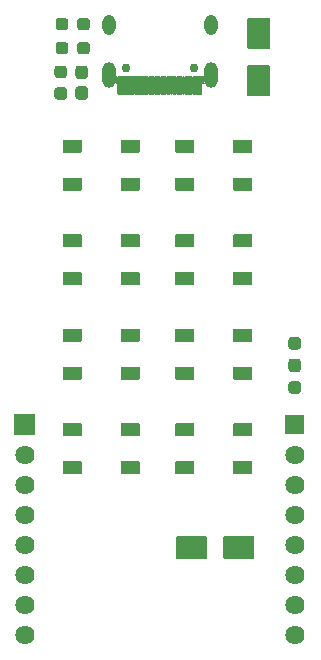
<source format=gbr>
G04 #@! TF.GenerationSoftware,KiCad,Pcbnew,(5.1.9-0-10_14)*
G04 #@! TF.CreationDate,2021-03-02T20:08:02+08:00*
G04 #@! TF.ProjectId,mikroBUS-L,6d696b72-6f42-4555-932d-4c2e6b696361,rev?*
G04 #@! TF.SameCoordinates,Original*
G04 #@! TF.FileFunction,Soldermask,Top*
G04 #@! TF.FilePolarity,Negative*
%FSLAX46Y46*%
G04 Gerber Fmt 4.6, Leading zero omitted, Abs format (unit mm)*
G04 Created by KiCad (PCBNEW (5.1.9-0-10_14)) date 2021-03-02 20:08:02*
%MOMM*%
%LPD*%
G01*
G04 APERTURE LIST*
%ADD10O,1.102000X2.202000*%
%ADD11C,0.752000*%
%ADD12O,1.102000X1.702000*%
%ADD13C,1.626000*%
%ADD14C,0.100000*%
G04 APERTURE END LIST*
G36*
G01*
X168647000Y-91433000D02*
X169173000Y-91433000D01*
G75*
G02*
X169436000Y-91696000I0J-263000D01*
G01*
X169436000Y-92247000D01*
G75*
G02*
X169173000Y-92510000I-263000J0D01*
G01*
X168647000Y-92510000D01*
G75*
G02*
X168384000Y-92247000I0J263000D01*
G01*
X168384000Y-91696000D01*
G75*
G02*
X168647000Y-91433000I263000J0D01*
G01*
G37*
G36*
G01*
X168647000Y-89608000D02*
X169173000Y-89608000D01*
G75*
G02*
X169436000Y-89871000I0J-263000D01*
G01*
X169436000Y-90422000D01*
G75*
G02*
X169173000Y-90685000I-263000J0D01*
G01*
X168647000Y-90685000D01*
G75*
G02*
X168384000Y-90422000I0J263000D01*
G01*
X168384000Y-89871000D01*
G75*
G02*
X168647000Y-89608000I263000J0D01*
G01*
G37*
G36*
G01*
X169173000Y-92590000D02*
X168647000Y-92590000D01*
G75*
G02*
X168384000Y-92327000I0J263000D01*
G01*
X168384000Y-91776000D01*
G75*
G02*
X168647000Y-91513000I263000J0D01*
G01*
X169173000Y-91513000D01*
G75*
G02*
X169436000Y-91776000I0J-263000D01*
G01*
X169436000Y-92327000D01*
G75*
G02*
X169173000Y-92590000I-263000J0D01*
G01*
G37*
G36*
G01*
X169173000Y-94415000D02*
X168647000Y-94415000D01*
G75*
G02*
X168384000Y-94152000I0J263000D01*
G01*
X168384000Y-93601000D01*
G75*
G02*
X168647000Y-93338000I263000J0D01*
G01*
X169173000Y-93338000D01*
G75*
G02*
X169436000Y-93601000I0J-263000D01*
G01*
X169436000Y-94152000D01*
G75*
G02*
X169173000Y-94415000I-263000J0D01*
G01*
G37*
G36*
G01*
X162878000Y-108342000D02*
X162878000Y-106542000D01*
G75*
G02*
X162929000Y-106491000I51000J0D01*
G01*
X165429000Y-106491000D01*
G75*
G02*
X165480000Y-106542000I0J-51000D01*
G01*
X165480000Y-108342000D01*
G75*
G02*
X165429000Y-108393000I-51000J0D01*
G01*
X162929000Y-108393000D01*
G75*
G02*
X162878000Y-108342000I0J51000D01*
G01*
G37*
G36*
G01*
X158878000Y-108342000D02*
X158878000Y-106542000D01*
G75*
G02*
X158929000Y-106491000I51000J0D01*
G01*
X161429000Y-106491000D01*
G75*
G02*
X161480000Y-106542000I0J-51000D01*
G01*
X161480000Y-108342000D01*
G75*
G02*
X161429000Y-108393000I-51000J0D01*
G01*
X158929000Y-108393000D01*
G75*
G02*
X158878000Y-108342000I0J51000D01*
G01*
G37*
G36*
G01*
X149740000Y-64888000D02*
X149740000Y-65414000D01*
G75*
G02*
X149477000Y-65677000I-263000J0D01*
G01*
X148926000Y-65677000D01*
G75*
G02*
X148663000Y-65414000I0J263000D01*
G01*
X148663000Y-64888000D01*
G75*
G02*
X148926000Y-64625000I263000J0D01*
G01*
X149477000Y-64625000D01*
G75*
G02*
X149740000Y-64888000I0J-263000D01*
G01*
G37*
G36*
G01*
X151565000Y-64888000D02*
X151565000Y-65414000D01*
G75*
G02*
X151302000Y-65677000I-263000J0D01*
G01*
X150751000Y-65677000D01*
G75*
G02*
X150488000Y-65414000I0J263000D01*
G01*
X150488000Y-64888000D01*
G75*
G02*
X150751000Y-64625000I263000J0D01*
G01*
X151302000Y-64625000D01*
G75*
G02*
X151565000Y-64888000I0J-263000D01*
G01*
G37*
G36*
G01*
X149740000Y-62856000D02*
X149740000Y-63382000D01*
G75*
G02*
X149477000Y-63645000I-263000J0D01*
G01*
X148926000Y-63645000D01*
G75*
G02*
X148663000Y-63382000I0J263000D01*
G01*
X148663000Y-62856000D01*
G75*
G02*
X148926000Y-62593000I263000J0D01*
G01*
X149477000Y-62593000D01*
G75*
G02*
X149740000Y-62856000I0J-263000D01*
G01*
G37*
G36*
G01*
X151565000Y-62856000D02*
X151565000Y-63382000D01*
G75*
G02*
X151302000Y-63645000I-263000J0D01*
G01*
X150751000Y-63645000D01*
G75*
G02*
X150488000Y-63382000I0J263000D01*
G01*
X150488000Y-62856000D01*
G75*
G02*
X150751000Y-62593000I263000J0D01*
G01*
X151302000Y-62593000D01*
G75*
G02*
X151565000Y-62856000I0J-263000D01*
G01*
G37*
G36*
G01*
X166762000Y-65214000D02*
X164962000Y-65214000D01*
G75*
G02*
X164911000Y-65163000I0J51000D01*
G01*
X164911000Y-62663000D01*
G75*
G02*
X164962000Y-62612000I51000J0D01*
G01*
X166762000Y-62612000D01*
G75*
G02*
X166813000Y-62663000I0J-51000D01*
G01*
X166813000Y-65163000D01*
G75*
G02*
X166762000Y-65214000I-51000J0D01*
G01*
G37*
G36*
G01*
X166762000Y-69214000D02*
X164962000Y-69214000D01*
G75*
G02*
X164911000Y-69163000I0J51000D01*
G01*
X164911000Y-66663000D01*
G75*
G02*
X164962000Y-66612000I51000J0D01*
G01*
X166762000Y-66612000D01*
G75*
G02*
X166813000Y-66663000I0J-51000D01*
G01*
X166813000Y-69163000D01*
G75*
G02*
X166762000Y-69214000I-51000J0D01*
G01*
G37*
G36*
G01*
X148835000Y-68446000D02*
X149361000Y-68446000D01*
G75*
G02*
X149624000Y-68709000I0J-263000D01*
G01*
X149624000Y-69260000D01*
G75*
G02*
X149361000Y-69523000I-263000J0D01*
G01*
X148835000Y-69523000D01*
G75*
G02*
X148572000Y-69260000I0J263000D01*
G01*
X148572000Y-68709000D01*
G75*
G02*
X148835000Y-68446000I263000J0D01*
G01*
G37*
G36*
G01*
X148835000Y-66621000D02*
X149361000Y-66621000D01*
G75*
G02*
X149624000Y-66884000I0J-263000D01*
G01*
X149624000Y-67435000D01*
G75*
G02*
X149361000Y-67698000I-263000J0D01*
G01*
X148835000Y-67698000D01*
G75*
G02*
X148572000Y-67435000I0J263000D01*
G01*
X148572000Y-66884000D01*
G75*
G02*
X148835000Y-66621000I263000J0D01*
G01*
G37*
G36*
G01*
X154581000Y-67582000D02*
X154581000Y-69032000D01*
G75*
G02*
X154530000Y-69083000I-51000J0D01*
G01*
X153930000Y-69083000D01*
G75*
G02*
X153879000Y-69032000I0J51000D01*
G01*
X153879000Y-67582000D01*
G75*
G02*
X153930000Y-67531000I51000J0D01*
G01*
X154530000Y-67531000D01*
G75*
G02*
X154581000Y-67582000I0J-51000D01*
G01*
G37*
G36*
G01*
X155381000Y-67582000D02*
X155381000Y-69032000D01*
G75*
G02*
X155330000Y-69083000I-51000J0D01*
G01*
X154730000Y-69083000D01*
G75*
G02*
X154679000Y-69032000I0J51000D01*
G01*
X154679000Y-67582000D01*
G75*
G02*
X154730000Y-67531000I51000J0D01*
G01*
X155330000Y-67531000D01*
G75*
G02*
X155381000Y-67582000I0J-51000D01*
G01*
G37*
G36*
G01*
X160281000Y-67582000D02*
X160281000Y-69032000D01*
G75*
G02*
X160230000Y-69083000I-51000J0D01*
G01*
X159630000Y-69083000D01*
G75*
G02*
X159579000Y-69032000I0J51000D01*
G01*
X159579000Y-67582000D01*
G75*
G02*
X159630000Y-67531000I51000J0D01*
G01*
X160230000Y-67531000D01*
G75*
G02*
X160281000Y-67582000I0J-51000D01*
G01*
G37*
G36*
G01*
X161081000Y-67582000D02*
X161081000Y-69032000D01*
G75*
G02*
X161030000Y-69083000I-51000J0D01*
G01*
X160430000Y-69083000D01*
G75*
G02*
X160379000Y-69032000I0J51000D01*
G01*
X160379000Y-67582000D01*
G75*
G02*
X160430000Y-67531000I51000J0D01*
G01*
X161030000Y-67531000D01*
G75*
G02*
X161081000Y-67582000I0J-51000D01*
G01*
G37*
G36*
G01*
X161081000Y-67582000D02*
X161081000Y-69032000D01*
G75*
G02*
X161030000Y-69083000I-51000J0D01*
G01*
X160430000Y-69083000D01*
G75*
G02*
X160379000Y-69032000I0J51000D01*
G01*
X160379000Y-67582000D01*
G75*
G02*
X160430000Y-67531000I51000J0D01*
G01*
X161030000Y-67531000D01*
G75*
G02*
X161081000Y-67582000I0J-51000D01*
G01*
G37*
G36*
G01*
X160281000Y-67582000D02*
X160281000Y-69032000D01*
G75*
G02*
X160230000Y-69083000I-51000J0D01*
G01*
X159630000Y-69083000D01*
G75*
G02*
X159579000Y-69032000I0J51000D01*
G01*
X159579000Y-67582000D01*
G75*
G02*
X159630000Y-67531000I51000J0D01*
G01*
X160230000Y-67531000D01*
G75*
G02*
X160281000Y-67582000I0J-51000D01*
G01*
G37*
G36*
G01*
X155381000Y-67582000D02*
X155381000Y-69032000D01*
G75*
G02*
X155330000Y-69083000I-51000J0D01*
G01*
X154730000Y-69083000D01*
G75*
G02*
X154679000Y-69032000I0J51000D01*
G01*
X154679000Y-67582000D01*
G75*
G02*
X154730000Y-67531000I51000J0D01*
G01*
X155330000Y-67531000D01*
G75*
G02*
X155381000Y-67582000I0J-51000D01*
G01*
G37*
G36*
G01*
X154581000Y-67582000D02*
X154581000Y-69032000D01*
G75*
G02*
X154530000Y-69083000I-51000J0D01*
G01*
X153930000Y-69083000D01*
G75*
G02*
X153879000Y-69032000I0J51000D01*
G01*
X153879000Y-67582000D01*
G75*
G02*
X153930000Y-67531000I51000J0D01*
G01*
X154530000Y-67531000D01*
G75*
G02*
X154581000Y-67582000I0J-51000D01*
G01*
G37*
G36*
G01*
X159431000Y-67582000D02*
X159431000Y-69032000D01*
G75*
G02*
X159380000Y-69083000I-51000J0D01*
G01*
X159080000Y-69083000D01*
G75*
G02*
X159029000Y-69032000I0J51000D01*
G01*
X159029000Y-67582000D01*
G75*
G02*
X159080000Y-67531000I51000J0D01*
G01*
X159380000Y-67531000D01*
G75*
G02*
X159431000Y-67582000I0J-51000D01*
G01*
G37*
G36*
G01*
X158931000Y-67582000D02*
X158931000Y-69032000D01*
G75*
G02*
X158880000Y-69083000I-51000J0D01*
G01*
X158580000Y-69083000D01*
G75*
G02*
X158529000Y-69032000I0J51000D01*
G01*
X158529000Y-67582000D01*
G75*
G02*
X158580000Y-67531000I51000J0D01*
G01*
X158880000Y-67531000D01*
G75*
G02*
X158931000Y-67582000I0J-51000D01*
G01*
G37*
G36*
G01*
X158431000Y-67582000D02*
X158431000Y-69032000D01*
G75*
G02*
X158380000Y-69083000I-51000J0D01*
G01*
X158080000Y-69083000D01*
G75*
G02*
X158029000Y-69032000I0J51000D01*
G01*
X158029000Y-67582000D01*
G75*
G02*
X158080000Y-67531000I51000J0D01*
G01*
X158380000Y-67531000D01*
G75*
G02*
X158431000Y-67582000I0J-51000D01*
G01*
G37*
G36*
G01*
X157431000Y-67582000D02*
X157431000Y-69032000D01*
G75*
G02*
X157380000Y-69083000I-51000J0D01*
G01*
X157080000Y-69083000D01*
G75*
G02*
X157029000Y-69032000I0J51000D01*
G01*
X157029000Y-67582000D01*
G75*
G02*
X157080000Y-67531000I51000J0D01*
G01*
X157380000Y-67531000D01*
G75*
G02*
X157431000Y-67582000I0J-51000D01*
G01*
G37*
G36*
G01*
X156931000Y-67582000D02*
X156931000Y-69032000D01*
G75*
G02*
X156880000Y-69083000I-51000J0D01*
G01*
X156580000Y-69083000D01*
G75*
G02*
X156529000Y-69032000I0J51000D01*
G01*
X156529000Y-67582000D01*
G75*
G02*
X156580000Y-67531000I51000J0D01*
G01*
X156880000Y-67531000D01*
G75*
G02*
X156931000Y-67582000I0J-51000D01*
G01*
G37*
G36*
G01*
X156431000Y-67582000D02*
X156431000Y-69032000D01*
G75*
G02*
X156380000Y-69083000I-51000J0D01*
G01*
X156080000Y-69083000D01*
G75*
G02*
X156029000Y-69032000I0J51000D01*
G01*
X156029000Y-67582000D01*
G75*
G02*
X156080000Y-67531000I51000J0D01*
G01*
X156380000Y-67531000D01*
G75*
G02*
X156431000Y-67582000I0J-51000D01*
G01*
G37*
G36*
G01*
X155931000Y-67582000D02*
X155931000Y-69032000D01*
G75*
G02*
X155880000Y-69083000I-51000J0D01*
G01*
X155580000Y-69083000D01*
G75*
G02*
X155529000Y-69032000I0J51000D01*
G01*
X155529000Y-67582000D01*
G75*
G02*
X155580000Y-67531000I51000J0D01*
G01*
X155880000Y-67531000D01*
G75*
G02*
X155931000Y-67582000I0J-51000D01*
G01*
G37*
G36*
G01*
X157931000Y-67582000D02*
X157931000Y-69032000D01*
G75*
G02*
X157880000Y-69083000I-51000J0D01*
G01*
X157580000Y-69083000D01*
G75*
G02*
X157529000Y-69032000I0J51000D01*
G01*
X157529000Y-67582000D01*
G75*
G02*
X157580000Y-67531000I51000J0D01*
G01*
X157880000Y-67531000D01*
G75*
G02*
X157931000Y-67582000I0J-51000D01*
G01*
G37*
D10*
X153160000Y-67392000D03*
X161800000Y-67392000D03*
D11*
X160370000Y-66862000D03*
D12*
X161800000Y-63212000D03*
D11*
X154590000Y-66862000D03*
D12*
X153160000Y-63212000D03*
G36*
G01*
X149276000Y-97976001D02*
X149276000Y-96976001D01*
G75*
G02*
X149327000Y-96925001I51000J0D01*
G01*
X150827000Y-96925001D01*
G75*
G02*
X150878000Y-96976001I0J-51000D01*
G01*
X150878000Y-97976001D01*
G75*
G02*
X150827000Y-98027001I-51000J0D01*
G01*
X149327000Y-98027001D01*
G75*
G02*
X149276000Y-97976001I0J51000D01*
G01*
G37*
G36*
G01*
X149276000Y-101176001D02*
X149276000Y-100176001D01*
G75*
G02*
X149327000Y-100125001I51000J0D01*
G01*
X150827000Y-100125001D01*
G75*
G02*
X150878000Y-100176001I0J-51000D01*
G01*
X150878000Y-101176001D01*
G75*
G02*
X150827000Y-101227001I-51000J0D01*
G01*
X149327000Y-101227001D01*
G75*
G02*
X149276000Y-101176001I0J51000D01*
G01*
G37*
G36*
G01*
X154176000Y-97976001D02*
X154176000Y-96976001D01*
G75*
G02*
X154227000Y-96925001I51000J0D01*
G01*
X155727000Y-96925001D01*
G75*
G02*
X155778000Y-96976001I0J-51000D01*
G01*
X155778000Y-97976001D01*
G75*
G02*
X155727000Y-98027001I-51000J0D01*
G01*
X154227000Y-98027001D01*
G75*
G02*
X154176000Y-97976001I0J51000D01*
G01*
G37*
G36*
G01*
X154176000Y-101176001D02*
X154176000Y-100176001D01*
G75*
G02*
X154227000Y-100125001I51000J0D01*
G01*
X155727000Y-100125001D01*
G75*
G02*
X155778000Y-100176001I0J-51000D01*
G01*
X155778000Y-101176001D01*
G75*
G02*
X155727000Y-101227001I-51000J0D01*
G01*
X154227000Y-101227001D01*
G75*
G02*
X154176000Y-101176001I0J51000D01*
G01*
G37*
G36*
G01*
X158801000Y-73957000D02*
X158801000Y-72957000D01*
G75*
G02*
X158852000Y-72906000I51000J0D01*
G01*
X160352000Y-72906000D01*
G75*
G02*
X160403000Y-72957000I0J-51000D01*
G01*
X160403000Y-73957000D01*
G75*
G02*
X160352000Y-74008000I-51000J0D01*
G01*
X158852000Y-74008000D01*
G75*
G02*
X158801000Y-73957000I0J51000D01*
G01*
G37*
G36*
G01*
X158801000Y-77157000D02*
X158801000Y-76157000D01*
G75*
G02*
X158852000Y-76106000I51000J0D01*
G01*
X160352000Y-76106000D01*
G75*
G02*
X160403000Y-76157000I0J-51000D01*
G01*
X160403000Y-77157000D01*
G75*
G02*
X160352000Y-77208000I-51000J0D01*
G01*
X158852000Y-77208000D01*
G75*
G02*
X158801000Y-77157000I0J51000D01*
G01*
G37*
G36*
G01*
X163701000Y-73957000D02*
X163701000Y-72957000D01*
G75*
G02*
X163752000Y-72906000I51000J0D01*
G01*
X165252000Y-72906000D01*
G75*
G02*
X165303000Y-72957000I0J-51000D01*
G01*
X165303000Y-73957000D01*
G75*
G02*
X165252000Y-74008000I-51000J0D01*
G01*
X163752000Y-74008000D01*
G75*
G02*
X163701000Y-73957000I0J51000D01*
G01*
G37*
G36*
G01*
X163701000Y-77157000D02*
X163701000Y-76157000D01*
G75*
G02*
X163752000Y-76106000I51000J0D01*
G01*
X165252000Y-76106000D01*
G75*
G02*
X165303000Y-76157000I0J-51000D01*
G01*
X165303000Y-77157000D01*
G75*
G02*
X165252000Y-77208000I-51000J0D01*
G01*
X163752000Y-77208000D01*
G75*
G02*
X163701000Y-77157000I0J51000D01*
G01*
G37*
G36*
G01*
X149276000Y-89969666D02*
X149276000Y-88969666D01*
G75*
G02*
X149327000Y-88918666I51000J0D01*
G01*
X150827000Y-88918666D01*
G75*
G02*
X150878000Y-88969666I0J-51000D01*
G01*
X150878000Y-89969666D01*
G75*
G02*
X150827000Y-90020666I-51000J0D01*
G01*
X149327000Y-90020666D01*
G75*
G02*
X149276000Y-89969666I0J51000D01*
G01*
G37*
G36*
G01*
X149276000Y-93169666D02*
X149276000Y-92169666D01*
G75*
G02*
X149327000Y-92118666I51000J0D01*
G01*
X150827000Y-92118666D01*
G75*
G02*
X150878000Y-92169666I0J-51000D01*
G01*
X150878000Y-93169666D01*
G75*
G02*
X150827000Y-93220666I-51000J0D01*
G01*
X149327000Y-93220666D01*
G75*
G02*
X149276000Y-93169666I0J51000D01*
G01*
G37*
G36*
G01*
X154176000Y-89969666D02*
X154176000Y-88969666D01*
G75*
G02*
X154227000Y-88918666I51000J0D01*
G01*
X155727000Y-88918666D01*
G75*
G02*
X155778000Y-88969666I0J-51000D01*
G01*
X155778000Y-89969666D01*
G75*
G02*
X155727000Y-90020666I-51000J0D01*
G01*
X154227000Y-90020666D01*
G75*
G02*
X154176000Y-89969666I0J51000D01*
G01*
G37*
G36*
G01*
X154176000Y-93169666D02*
X154176000Y-92169666D01*
G75*
G02*
X154227000Y-92118666I51000J0D01*
G01*
X155727000Y-92118666D01*
G75*
G02*
X155778000Y-92169666I0J-51000D01*
G01*
X155778000Y-93169666D01*
G75*
G02*
X155727000Y-93220666I-51000J0D01*
G01*
X154227000Y-93220666D01*
G75*
G02*
X154176000Y-93169666I0J51000D01*
G01*
G37*
G36*
G01*
X158801000Y-81963333D02*
X158801000Y-80963333D01*
G75*
G02*
X158852000Y-80912333I51000J0D01*
G01*
X160352000Y-80912333D01*
G75*
G02*
X160403000Y-80963333I0J-51000D01*
G01*
X160403000Y-81963333D01*
G75*
G02*
X160352000Y-82014333I-51000J0D01*
G01*
X158852000Y-82014333D01*
G75*
G02*
X158801000Y-81963333I0J51000D01*
G01*
G37*
G36*
G01*
X158801000Y-85163333D02*
X158801000Y-84163333D01*
G75*
G02*
X158852000Y-84112333I51000J0D01*
G01*
X160352000Y-84112333D01*
G75*
G02*
X160403000Y-84163333I0J-51000D01*
G01*
X160403000Y-85163333D01*
G75*
G02*
X160352000Y-85214333I-51000J0D01*
G01*
X158852000Y-85214333D01*
G75*
G02*
X158801000Y-85163333I0J51000D01*
G01*
G37*
G36*
G01*
X163701000Y-81963333D02*
X163701000Y-80963333D01*
G75*
G02*
X163752000Y-80912333I51000J0D01*
G01*
X165252000Y-80912333D01*
G75*
G02*
X165303000Y-80963333I0J-51000D01*
G01*
X165303000Y-81963333D01*
G75*
G02*
X165252000Y-82014333I-51000J0D01*
G01*
X163752000Y-82014333D01*
G75*
G02*
X163701000Y-81963333I0J51000D01*
G01*
G37*
G36*
G01*
X163701000Y-85163333D02*
X163701000Y-84163333D01*
G75*
G02*
X163752000Y-84112333I51000J0D01*
G01*
X165252000Y-84112333D01*
G75*
G02*
X165303000Y-84163333I0J-51000D01*
G01*
X165303000Y-85163333D01*
G75*
G02*
X165252000Y-85214333I-51000J0D01*
G01*
X163752000Y-85214333D01*
G75*
G02*
X163701000Y-85163333I0J51000D01*
G01*
G37*
G36*
G01*
X149276000Y-81963333D02*
X149276000Y-80963333D01*
G75*
G02*
X149327000Y-80912333I51000J0D01*
G01*
X150827000Y-80912333D01*
G75*
G02*
X150878000Y-80963333I0J-51000D01*
G01*
X150878000Y-81963333D01*
G75*
G02*
X150827000Y-82014333I-51000J0D01*
G01*
X149327000Y-82014333D01*
G75*
G02*
X149276000Y-81963333I0J51000D01*
G01*
G37*
G36*
G01*
X149276000Y-85163333D02*
X149276000Y-84163333D01*
G75*
G02*
X149327000Y-84112333I51000J0D01*
G01*
X150827000Y-84112333D01*
G75*
G02*
X150878000Y-84163333I0J-51000D01*
G01*
X150878000Y-85163333D01*
G75*
G02*
X150827000Y-85214333I-51000J0D01*
G01*
X149327000Y-85214333D01*
G75*
G02*
X149276000Y-85163333I0J51000D01*
G01*
G37*
G36*
G01*
X154176000Y-81963333D02*
X154176000Y-80963333D01*
G75*
G02*
X154227000Y-80912333I51000J0D01*
G01*
X155727000Y-80912333D01*
G75*
G02*
X155778000Y-80963333I0J-51000D01*
G01*
X155778000Y-81963333D01*
G75*
G02*
X155727000Y-82014333I-51000J0D01*
G01*
X154227000Y-82014333D01*
G75*
G02*
X154176000Y-81963333I0J51000D01*
G01*
G37*
G36*
G01*
X154176000Y-85163333D02*
X154176000Y-84163333D01*
G75*
G02*
X154227000Y-84112333I51000J0D01*
G01*
X155727000Y-84112333D01*
G75*
G02*
X155778000Y-84163333I0J-51000D01*
G01*
X155778000Y-85163333D01*
G75*
G02*
X155727000Y-85214333I-51000J0D01*
G01*
X154227000Y-85214333D01*
G75*
G02*
X154176000Y-85163333I0J51000D01*
G01*
G37*
G36*
G01*
X158801000Y-89969666D02*
X158801000Y-88969666D01*
G75*
G02*
X158852000Y-88918666I51000J0D01*
G01*
X160352000Y-88918666D01*
G75*
G02*
X160403000Y-88969666I0J-51000D01*
G01*
X160403000Y-89969666D01*
G75*
G02*
X160352000Y-90020666I-51000J0D01*
G01*
X158852000Y-90020666D01*
G75*
G02*
X158801000Y-89969666I0J51000D01*
G01*
G37*
G36*
G01*
X158801000Y-93169666D02*
X158801000Y-92169666D01*
G75*
G02*
X158852000Y-92118666I51000J0D01*
G01*
X160352000Y-92118666D01*
G75*
G02*
X160403000Y-92169666I0J-51000D01*
G01*
X160403000Y-93169666D01*
G75*
G02*
X160352000Y-93220666I-51000J0D01*
G01*
X158852000Y-93220666D01*
G75*
G02*
X158801000Y-93169666I0J51000D01*
G01*
G37*
G36*
G01*
X163701000Y-89969666D02*
X163701000Y-88969666D01*
G75*
G02*
X163752000Y-88918666I51000J0D01*
G01*
X165252000Y-88918666D01*
G75*
G02*
X165303000Y-88969666I0J-51000D01*
G01*
X165303000Y-89969666D01*
G75*
G02*
X165252000Y-90020666I-51000J0D01*
G01*
X163752000Y-90020666D01*
G75*
G02*
X163701000Y-89969666I0J51000D01*
G01*
G37*
G36*
G01*
X163701000Y-93169666D02*
X163701000Y-92169666D01*
G75*
G02*
X163752000Y-92118666I51000J0D01*
G01*
X165252000Y-92118666D01*
G75*
G02*
X165303000Y-92169666I0J-51000D01*
G01*
X165303000Y-93169666D01*
G75*
G02*
X165252000Y-93220666I-51000J0D01*
G01*
X163752000Y-93220666D01*
G75*
G02*
X163701000Y-93169666I0J51000D01*
G01*
G37*
G36*
G01*
X149276000Y-73957000D02*
X149276000Y-72957000D01*
G75*
G02*
X149327000Y-72906000I51000J0D01*
G01*
X150827000Y-72906000D01*
G75*
G02*
X150878000Y-72957000I0J-51000D01*
G01*
X150878000Y-73957000D01*
G75*
G02*
X150827000Y-74008000I-51000J0D01*
G01*
X149327000Y-74008000D01*
G75*
G02*
X149276000Y-73957000I0J51000D01*
G01*
G37*
G36*
G01*
X149276000Y-77157000D02*
X149276000Y-76157000D01*
G75*
G02*
X149327000Y-76106000I51000J0D01*
G01*
X150827000Y-76106000D01*
G75*
G02*
X150878000Y-76157000I0J-51000D01*
G01*
X150878000Y-77157000D01*
G75*
G02*
X150827000Y-77208000I-51000J0D01*
G01*
X149327000Y-77208000D01*
G75*
G02*
X149276000Y-77157000I0J51000D01*
G01*
G37*
G36*
G01*
X154176000Y-73957000D02*
X154176000Y-72957000D01*
G75*
G02*
X154227000Y-72906000I51000J0D01*
G01*
X155727000Y-72906000D01*
G75*
G02*
X155778000Y-72957000I0J-51000D01*
G01*
X155778000Y-73957000D01*
G75*
G02*
X155727000Y-74008000I-51000J0D01*
G01*
X154227000Y-74008000D01*
G75*
G02*
X154176000Y-73957000I0J51000D01*
G01*
G37*
G36*
G01*
X154176000Y-77157000D02*
X154176000Y-76157000D01*
G75*
G02*
X154227000Y-76106000I51000J0D01*
G01*
X155727000Y-76106000D01*
G75*
G02*
X155778000Y-76157000I0J-51000D01*
G01*
X155778000Y-77157000D01*
G75*
G02*
X155727000Y-77208000I-51000J0D01*
G01*
X154227000Y-77208000D01*
G75*
G02*
X154176000Y-77157000I0J51000D01*
G01*
G37*
G36*
G01*
X158801000Y-97976001D02*
X158801000Y-96976001D01*
G75*
G02*
X158852000Y-96925001I51000J0D01*
G01*
X160352000Y-96925001D01*
G75*
G02*
X160403000Y-96976001I0J-51000D01*
G01*
X160403000Y-97976001D01*
G75*
G02*
X160352000Y-98027001I-51000J0D01*
G01*
X158852000Y-98027001D01*
G75*
G02*
X158801000Y-97976001I0J51000D01*
G01*
G37*
G36*
G01*
X158801000Y-101176001D02*
X158801000Y-100176001D01*
G75*
G02*
X158852000Y-100125001I51000J0D01*
G01*
X160352000Y-100125001D01*
G75*
G02*
X160403000Y-100176001I0J-51000D01*
G01*
X160403000Y-101176001D01*
G75*
G02*
X160352000Y-101227001I-51000J0D01*
G01*
X158852000Y-101227001D01*
G75*
G02*
X158801000Y-101176001I0J51000D01*
G01*
G37*
G36*
G01*
X163701000Y-97976001D02*
X163701000Y-96976001D01*
G75*
G02*
X163752000Y-96925001I51000J0D01*
G01*
X165252000Y-96925001D01*
G75*
G02*
X165303000Y-96976001I0J-51000D01*
G01*
X165303000Y-97976001D01*
G75*
G02*
X165252000Y-98027001I-51000J0D01*
G01*
X163752000Y-98027001D01*
G75*
G02*
X163701000Y-97976001I0J51000D01*
G01*
G37*
G36*
G01*
X163701000Y-101176001D02*
X163701000Y-100176001D01*
G75*
G02*
X163752000Y-100125001I51000J0D01*
G01*
X165252000Y-100125001D01*
G75*
G02*
X165303000Y-100176001I0J-51000D01*
G01*
X165303000Y-101176001D01*
G75*
G02*
X165252000Y-101227001I-51000J0D01*
G01*
X163752000Y-101227001D01*
G75*
G02*
X163701000Y-101176001I0J51000D01*
G01*
G37*
G36*
G01*
X150613000Y-68371000D02*
X151139000Y-68371000D01*
G75*
G02*
X151402000Y-68634000I0J-263000D01*
G01*
X151402000Y-69260000D01*
G75*
G02*
X151139000Y-69523000I-263000J0D01*
G01*
X150613000Y-69523000D01*
G75*
G02*
X150350000Y-69260000I0J263000D01*
G01*
X150350000Y-68634000D01*
G75*
G02*
X150613000Y-68371000I263000J0D01*
G01*
G37*
G36*
G01*
X150613000Y-66621000D02*
X151139000Y-66621000D01*
G75*
G02*
X151402000Y-66884000I0J-263000D01*
G01*
X151402000Y-67510000D01*
G75*
G02*
X151139000Y-67773000I-263000J0D01*
G01*
X150613000Y-67773000D01*
G75*
G02*
X150350000Y-67510000I0J263000D01*
G01*
X150350000Y-66884000D01*
G75*
G02*
X150613000Y-66621000I263000J0D01*
G01*
G37*
G36*
G01*
X145160800Y-97866200D02*
X145160800Y-96189800D01*
G75*
G02*
X145211800Y-96138800I51000J0D01*
G01*
X146888200Y-96138800D01*
G75*
G02*
X146939200Y-96189800I0J-51000D01*
G01*
X146939200Y-97866200D01*
G75*
G02*
X146888200Y-97917200I-51000J0D01*
G01*
X145211800Y-97917200D01*
G75*
G02*
X145160800Y-97866200I0J51000D01*
G01*
G37*
D13*
X146050000Y-99568000D03*
X146050000Y-102108000D03*
X146050000Y-104648000D03*
X146050000Y-107188000D03*
X146050000Y-109728000D03*
X146050000Y-112268000D03*
X146050000Y-114808000D03*
X168910000Y-114808000D03*
X168910000Y-112268000D03*
X168910000Y-109728000D03*
X168910000Y-107188000D03*
X168910000Y-104648000D03*
X168910000Y-102108000D03*
X168910000Y-99568000D03*
G36*
G01*
X168097000Y-97790000D02*
X168097000Y-96266000D01*
G75*
G02*
X168148000Y-96215000I51000J0D01*
G01*
X169672000Y-96215000D01*
G75*
G02*
X169723000Y-96266000I0J-51000D01*
G01*
X169723000Y-97790000D01*
G75*
G02*
X169672000Y-97841000I-51000J0D01*
G01*
X168148000Y-97841000D01*
G75*
G02*
X168097000Y-97790000I0J51000D01*
G01*
G37*
D14*
G36*
X154680732Y-67530000D02*
G01*
X154681000Y-67531000D01*
X154681000Y-69083000D01*
X154680000Y-69084732D01*
X154679000Y-69085000D01*
X154581000Y-69085000D01*
X154579268Y-69084000D01*
X154579000Y-69083000D01*
X154579000Y-67531000D01*
X154580000Y-67529268D01*
X154581000Y-67529000D01*
X154679000Y-67529000D01*
X154680732Y-67530000D01*
G37*
G36*
X155530732Y-67530000D02*
G01*
X155531000Y-67531000D01*
X155531000Y-69083000D01*
X155530000Y-69084732D01*
X155529000Y-69085000D01*
X155381000Y-69085000D01*
X155379268Y-69084000D01*
X155379000Y-69083000D01*
X155379000Y-67531000D01*
X155380000Y-67529268D01*
X155381000Y-67529000D01*
X155529000Y-67529000D01*
X155530732Y-67530000D01*
G37*
G36*
X156030732Y-67530000D02*
G01*
X156031000Y-67531000D01*
X156031000Y-69083000D01*
X156030000Y-69084732D01*
X156029000Y-69085000D01*
X155931000Y-69085000D01*
X155929268Y-69084000D01*
X155929000Y-69083000D01*
X155929000Y-67531000D01*
X155930000Y-67529268D01*
X155931000Y-67529000D01*
X156029000Y-67529000D01*
X156030732Y-67530000D01*
G37*
G36*
X156530732Y-67530000D02*
G01*
X156531000Y-67531000D01*
X156531000Y-69083000D01*
X156530000Y-69084732D01*
X156529000Y-69085000D01*
X156431000Y-69085000D01*
X156429268Y-69084000D01*
X156429000Y-69083000D01*
X156429000Y-67531000D01*
X156430000Y-67529268D01*
X156431000Y-67529000D01*
X156529000Y-67529000D01*
X156530732Y-67530000D01*
G37*
G36*
X157030732Y-67530000D02*
G01*
X157031000Y-67531000D01*
X157031000Y-69083000D01*
X157030000Y-69084732D01*
X157029000Y-69085000D01*
X156931000Y-69085000D01*
X156929268Y-69084000D01*
X156929000Y-69083000D01*
X156929000Y-67531000D01*
X156930000Y-67529268D01*
X156931000Y-67529000D01*
X157029000Y-67529000D01*
X157030732Y-67530000D01*
G37*
G36*
X157530732Y-67530000D02*
G01*
X157531000Y-67531000D01*
X157531000Y-69083000D01*
X157530000Y-69084732D01*
X157529000Y-69085000D01*
X157431000Y-69085000D01*
X157429268Y-69084000D01*
X157429000Y-69083000D01*
X157429000Y-67531000D01*
X157430000Y-67529268D01*
X157431000Y-67529000D01*
X157529000Y-67529000D01*
X157530732Y-67530000D01*
G37*
G36*
X158030732Y-67530000D02*
G01*
X158031000Y-67531000D01*
X158031000Y-69083000D01*
X158030000Y-69084732D01*
X158029000Y-69085000D01*
X157931000Y-69085000D01*
X157929268Y-69084000D01*
X157929000Y-69083000D01*
X157929000Y-67531000D01*
X157930000Y-67529268D01*
X157931000Y-67529000D01*
X158029000Y-67529000D01*
X158030732Y-67530000D01*
G37*
G36*
X158530732Y-67530000D02*
G01*
X158531000Y-67531000D01*
X158531000Y-69083000D01*
X158530000Y-69084732D01*
X158529000Y-69085000D01*
X158431000Y-69085000D01*
X158429268Y-69084000D01*
X158429000Y-69083000D01*
X158429000Y-67531000D01*
X158430000Y-67529268D01*
X158431000Y-67529000D01*
X158529000Y-67529000D01*
X158530732Y-67530000D01*
G37*
G36*
X159030732Y-67530000D02*
G01*
X159031000Y-67531000D01*
X159031000Y-69083000D01*
X159030000Y-69084732D01*
X159029000Y-69085000D01*
X158931000Y-69085000D01*
X158929268Y-69084000D01*
X158929000Y-69083000D01*
X158929000Y-67531000D01*
X158930000Y-67529268D01*
X158931000Y-67529000D01*
X159029000Y-67529000D01*
X159030732Y-67530000D01*
G37*
G36*
X159580732Y-67530000D02*
G01*
X159581000Y-67531000D01*
X159581000Y-69083000D01*
X159580000Y-69084732D01*
X159579000Y-69085000D01*
X159431000Y-69085000D01*
X159429268Y-69084000D01*
X159429000Y-69083000D01*
X159429000Y-67531000D01*
X159430000Y-67529268D01*
X159431000Y-67529000D01*
X159579000Y-67529000D01*
X159580732Y-67530000D01*
G37*
G36*
X160380732Y-67530000D02*
G01*
X160381000Y-67531000D01*
X160381000Y-69083000D01*
X160380000Y-69084732D01*
X160379000Y-69085000D01*
X160281000Y-69085000D01*
X160279268Y-69084000D01*
X160279000Y-69083000D01*
X160279000Y-67531000D01*
X160280000Y-67529268D01*
X160281000Y-67529000D01*
X160379000Y-67529000D01*
X160380732Y-67530000D01*
G37*
G36*
X161250165Y-67404375D02*
G01*
X161251000Y-67406001D01*
X161251000Y-67941906D01*
X161261557Y-68049099D01*
X161292799Y-68152089D01*
X161314591Y-68192859D01*
X161314525Y-68194858D01*
X161312762Y-68195801D01*
X161311164Y-68194913D01*
X161301070Y-68179806D01*
X161284023Y-68162759D01*
X161263976Y-68149365D01*
X161241702Y-68140138D01*
X161218052Y-68135434D01*
X161193946Y-68135434D01*
X161170296Y-68140138D01*
X161148022Y-68149365D01*
X161127974Y-68162760D01*
X161110927Y-68179807D01*
X161097533Y-68199854D01*
X161088323Y-68222085D01*
X161082978Y-68258124D01*
X161081735Y-68259691D01*
X161079757Y-68259398D01*
X161079000Y-68257831D01*
X161079000Y-67531000D01*
X161080000Y-67529268D01*
X161081000Y-67529000D01*
X161123907Y-67529000D01*
X161147992Y-67526628D01*
X161171067Y-67519628D01*
X161192331Y-67508263D01*
X161210968Y-67492968D01*
X161226263Y-67474331D01*
X161237628Y-67453067D01*
X161244628Y-67429992D01*
X161247010Y-67405805D01*
X161248175Y-67404179D01*
X161250165Y-67404375D01*
G37*
G36*
X153712990Y-67405805D02*
G01*
X153715372Y-67429992D01*
X153722372Y-67453067D01*
X153733737Y-67474331D01*
X153749032Y-67492968D01*
X153767669Y-67508263D01*
X153788933Y-67519628D01*
X153812008Y-67526628D01*
X153836093Y-67529000D01*
X153879000Y-67529000D01*
X153880732Y-67530000D01*
X153881000Y-67531000D01*
X153881000Y-68257831D01*
X153880000Y-68259563D01*
X153878000Y-68259563D01*
X153877010Y-68258027D01*
X153874628Y-68233841D01*
X153867628Y-68210766D01*
X153856263Y-68189502D01*
X153840968Y-68170865D01*
X153822331Y-68155570D01*
X153801067Y-68144205D01*
X153777992Y-68137205D01*
X153754001Y-68134842D01*
X153730010Y-68137205D01*
X153706935Y-68144205D01*
X153685671Y-68155570D01*
X153667070Y-68170835D01*
X153647810Y-68196806D01*
X153645975Y-68197602D01*
X153644369Y-68196411D01*
X153644440Y-68194672D01*
X153667201Y-68152090D01*
X153698443Y-68049100D01*
X153709000Y-67941906D01*
X153709000Y-67406001D01*
X153710000Y-67404269D01*
X153712000Y-67404269D01*
X153712990Y-67405805D01*
G37*
M02*

</source>
